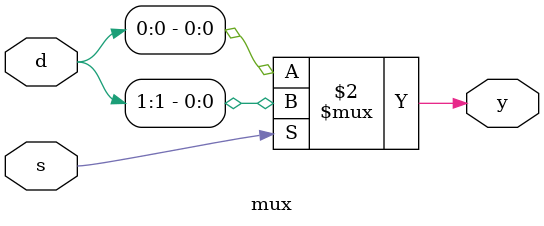
<source format=v>
`timescale 1ns / 1ps


module mux(input [1:0]d,input s,output reg y);
always@(*)
begin 
y=s?d[1]:d[0];
end

endmodule

</source>
